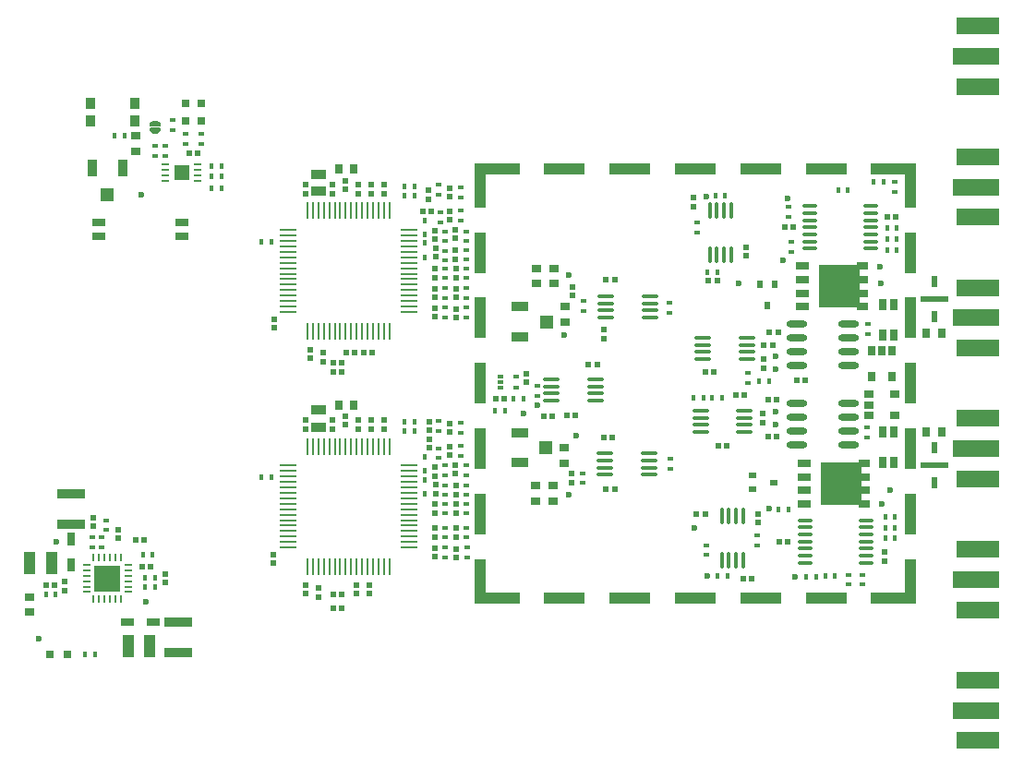
<source format=gtp>
G04 Layer_Color=8421504*
%FSLAX44Y44*%
%MOMM*%
G71*
G01*
G75*
%ADD10R,4.1000X1.0000*%
%ADD11R,1.0000X4.1000*%
%ADD12R,3.8000X1.0000*%
%ADD13R,1.0000X3.8000*%
%ADD14R,0.8000X0.8000*%
%ADD15R,0.5200X0.5200*%
%ADD16R,0.4500X0.5500*%
%ADD17R,0.5500X0.4500*%
%ADD18R,0.5200X0.5200*%
%ADD19C,0.6000*%
%ADD20O,1.1250X0.2250*%
%ADD21O,1.1120X0.2500*%
%ADD22O,1.1370X0.2000*%
%ADD23O,1.0980X0.2750*%
%ADD24O,1.0820X0.3000*%
%ADD25O,0.7600X0.5000*%
%ADD26O,1.0630X0.3250*%
%ADD27O,1.0400X0.3500*%
%ADD28O,1.0130X0.3750*%
%ADD29O,0.9810X0.4000*%
%ADD30O,0.9430X0.4250*%
%ADD31O,0.8970X0.4500*%
%ADD32O,0.8650X0.4650*%
%ADD33O,0.8400X0.4750*%
%ADD34O,0.8000X0.4900*%
%ADD35O,0.6300X0.5200*%
%ADD36O,0.7100X0.5100*%
%ADD37C,0.5250*%
%ADD38R,0.9000X0.7000*%
%ADD39R,1.3000X1.3000*%
%ADD40R,0.9000X1.6000*%
%ADD41R,0.9000X1.0000*%
%ADD42R,0.4000X0.4800*%
%ADD43R,0.7000X0.9000*%
%ADD44R,1.3500X0.9500*%
%ADD45O,0.3990X1.5000*%
%ADD46O,1.5000X0.3990*%
%ADD47R,0.7620X1.0000*%
%ADD48R,0.6500X0.9000*%
%ADD49R,2.6000X0.9500*%
%ADD50O,1.5500X0.2500*%
%ADD51O,0.2500X1.5500*%
%ADD52R,0.6500X0.5000*%
%ADD53R,1.2700X0.6600*%
%ADD54R,1.0200X0.6600*%
%ADD55R,1.3000X1.3000*%
%ADD56R,1.6000X0.9000*%
%ADD57O,1.9000X0.6000*%
%ADD58R,0.7620X1.1430*%
%ADD59R,1.1430X0.7620*%
%ADD60O,1.4000X0.3500*%
%ADD61R,1.3600X1.4600*%
%ADD62R,0.7500X0.2500*%
%ADD63O,0.8000X0.2500*%
%ADD64O,0.2500X0.8000*%
%ADD65R,2.4500X2.4500*%
%ADD66R,0.8000X0.8000*%
%ADD67O,1.5000X0.4000*%
%ADD68R,0.9800X2.0800*%
%ADD69R,0.5000X0.6500*%
%ADD70R,0.9000X0.6500*%
%ADD71R,1.2700X0.7600*%
%ADD72R,0.6000X0.3500*%
%ADD73R,3.9500X1.5000*%
%ADD74R,4.2500X1.5000*%
%ADD75R,0.5000X1.0000*%
%ADD76R,2.6000X0.6000*%
%ADD89R,3.8100X3.9100*%
D10*
X1567500Y838000D02*
D03*
Y1232000D02*
D03*
X1204500D02*
D03*
Y838000D02*
D03*
D11*
X1583000Y853500D02*
D03*
Y1216500D02*
D03*
X1189000D02*
D03*
Y853500D02*
D03*
D12*
X1506000Y838000D02*
D03*
X1446000D02*
D03*
X1386000D02*
D03*
X1326000D02*
D03*
X1266000D02*
D03*
X1266000Y1232000D02*
D03*
X1326000D02*
D03*
X1386000D02*
D03*
X1446000D02*
D03*
X1506000D02*
D03*
D13*
X1583000Y1155000D02*
D03*
Y1095000D02*
D03*
Y1035000D02*
D03*
Y975000D02*
D03*
Y915000D02*
D03*
X1189000Y1155000D02*
D03*
Y1095000D02*
D03*
Y1035000D02*
D03*
Y975000D02*
D03*
Y915000D02*
D03*
D14*
X933000Y1292000D02*
D03*
Y1276000D02*
D03*
X919000D02*
D03*
Y1292000D02*
D03*
D15*
X1054000Y1045000D02*
D03*
X1062000D02*
D03*
X1054000Y1054000D02*
D03*
X1062000D02*
D03*
X1398000Y1129000D02*
D03*
X1406000D02*
D03*
X1403000Y1045000D02*
D03*
X1395000D02*
D03*
X1463000Y890000D02*
D03*
X1471000D02*
D03*
X1468000Y1178000D02*
D03*
X1476000D02*
D03*
X1562000Y1188000D02*
D03*
X1570000D02*
D03*
X1430000Y856000D02*
D03*
X1438000D02*
D03*
X1431000Y1024000D02*
D03*
X1423000D02*
D03*
X1449000Y1070000D02*
D03*
X1457000D02*
D03*
X1479000Y1038000D02*
D03*
X1487000D02*
D03*
X1454000Y1082000D02*
D03*
X1462000D02*
D03*
X1452753Y1020181D02*
D03*
X1460753D02*
D03*
X1144000Y1193000D02*
D03*
X1136000D02*
D03*
X1054000Y841000D02*
D03*
X1062000D02*
D03*
X1054000Y829000D02*
D03*
X1062000D02*
D03*
X1415000Y978000D02*
D03*
X1407000D02*
D03*
X790900Y850000D02*
D03*
X798900D02*
D03*
X1247000Y1005000D02*
D03*
X1255000D02*
D03*
X1268000Y1006000D02*
D03*
X1276000D02*
D03*
X1387000Y915000D02*
D03*
X1395000D02*
D03*
X878900Y867000D02*
D03*
X886900D02*
D03*
X1288000Y1052000D02*
D03*
X1296000D02*
D03*
X880900Y891000D02*
D03*
X872900D02*
D03*
X1211000Y1021000D02*
D03*
X1203000D02*
D03*
X1304000Y938000D02*
D03*
X1312000D02*
D03*
X1310000Y985000D02*
D03*
X1302000D02*
D03*
X1312000Y1130000D02*
D03*
X1304000D02*
D03*
X1460753Y986181D02*
D03*
X1452753D02*
D03*
X930000Y1246000D02*
D03*
X922000D02*
D03*
X1090000Y1063000D02*
D03*
X1082000D02*
D03*
X1066000D02*
D03*
X1074000D02*
D03*
D16*
X997500Y1165000D02*
D03*
X988500D02*
D03*
X1401500Y1022000D02*
D03*
X1410500D02*
D03*
X1384500D02*
D03*
X1393500D02*
D03*
X1571000Y1167500D02*
D03*
X1562000D02*
D03*
X1569252Y902681D02*
D03*
X1560253D02*
D03*
X1549500Y1220000D02*
D03*
X1558500D02*
D03*
X1571000Y1177500D02*
D03*
X1562000D02*
D03*
X1569252Y892681D02*
D03*
X1560253D02*
D03*
X1526000Y1212500D02*
D03*
X1517000D02*
D03*
X1444500Y1037000D02*
D03*
X1453500D02*
D03*
X862500Y1262000D02*
D03*
X853500D02*
D03*
X1119500Y1207000D02*
D03*
X1128500D02*
D03*
X1119500Y1216000D02*
D03*
X1128500D02*
D03*
X1119500Y991000D02*
D03*
X1128500D02*
D03*
X1119500Y1000000D02*
D03*
X1128500D02*
D03*
X1228500Y1021000D02*
D03*
X1219500D02*
D03*
X790500Y841000D02*
D03*
X799500D02*
D03*
X951500Y1234000D02*
D03*
X942500D02*
D03*
X942500Y1214000D02*
D03*
X951500D02*
D03*
X942500Y1225000D02*
D03*
X951500D02*
D03*
X890500Y848000D02*
D03*
X881500D02*
D03*
X888400Y878000D02*
D03*
X879400D02*
D03*
X826500Y786000D02*
D03*
X835500D02*
D03*
X1202500Y1010000D02*
D03*
X1211500D02*
D03*
X890400Y857000D02*
D03*
X881400D02*
D03*
X997500Y949000D02*
D03*
X988500D02*
D03*
X1406500Y1137000D02*
D03*
X1397500D02*
D03*
X1413500Y1207000D02*
D03*
X1404500D02*
D03*
X1406500Y858000D02*
D03*
X1415500D02*
D03*
X1569252Y912681D02*
D03*
X1560253D02*
D03*
X1562000Y1157500D02*
D03*
X1571000D02*
D03*
X1514252Y858681D02*
D03*
X1505253D02*
D03*
X1471500Y919000D02*
D03*
X1462500D02*
D03*
X1487752Y857681D02*
D03*
X1496752D02*
D03*
D17*
X1283000Y943500D02*
D03*
Y952500D02*
D03*
X933000Y1263500D02*
D03*
Y1254500D02*
D03*
X1176000Y959500D02*
D03*
Y950500D02*
D03*
X1177000Y884500D02*
D03*
Y875500D02*
D03*
X1176000Y1104500D02*
D03*
Y1095500D02*
D03*
Y902500D02*
D03*
Y893500D02*
D03*
Y1122500D02*
D03*
Y1113500D02*
D03*
Y941500D02*
D03*
Y932500D02*
D03*
Y1157500D02*
D03*
Y1148500D02*
D03*
X1171000Y977500D02*
D03*
Y968500D02*
D03*
Y1193500D02*
D03*
Y1184500D02*
D03*
X1157000Y884500D02*
D03*
Y875500D02*
D03*
Y1104500D02*
D03*
Y1095500D02*
D03*
Y902500D02*
D03*
Y893500D02*
D03*
Y1122500D02*
D03*
Y1113500D02*
D03*
X1151000Y975500D02*
D03*
Y966500D02*
D03*
X1152000Y1191500D02*
D03*
Y1182500D02*
D03*
X919000Y1263500D02*
D03*
Y1254500D02*
D03*
X1176000Y1131500D02*
D03*
Y1140500D02*
D03*
X1157000Y1131500D02*
D03*
Y1140500D02*
D03*
Y1174500D02*
D03*
Y1165500D02*
D03*
X1176000Y1174500D02*
D03*
Y1165500D02*
D03*
X1434000Y1035500D02*
D03*
Y1044500D02*
D03*
X1539000Y850500D02*
D03*
Y859500D02*
D03*
X1157000Y1147500D02*
D03*
Y1156500D02*
D03*
Y932500D02*
D03*
Y941500D02*
D03*
X1526500Y850500D02*
D03*
Y859500D02*
D03*
X1157000Y915500D02*
D03*
Y924500D02*
D03*
Y959500D02*
D03*
Y950500D02*
D03*
X1176000Y915500D02*
D03*
Y924500D02*
D03*
X1171000Y989500D02*
D03*
Y998500D02*
D03*
Y1205500D02*
D03*
Y1214500D02*
D03*
X1151000Y991500D02*
D03*
Y1000500D02*
D03*
X1151000Y1208000D02*
D03*
Y1217000D02*
D03*
X1363000Y956500D02*
D03*
Y965500D02*
D03*
X1362000Y1099500D02*
D03*
Y1108500D02*
D03*
X833000Y884500D02*
D03*
Y893500D02*
D03*
X845900Y909500D02*
D03*
Y900500D02*
D03*
X841900Y893500D02*
D03*
Y884500D02*
D03*
X1241000Y1032500D02*
D03*
Y1023500D02*
D03*
X1284000Y1110500D02*
D03*
Y1101500D02*
D03*
X891000Y1243500D02*
D03*
Y1252500D02*
D03*
X900000Y1243500D02*
D03*
Y1252500D02*
D03*
X907000Y1276500D02*
D03*
Y1267500D02*
D03*
X1544000Y1080500D02*
D03*
Y1089500D02*
D03*
X1543752Y985681D02*
D03*
Y994681D02*
D03*
X1443000Y895500D02*
D03*
Y886500D02*
D03*
X1388000Y1173500D02*
D03*
Y1182500D02*
D03*
X1396000Y886500D02*
D03*
Y877500D02*
D03*
X1569000Y1219500D02*
D03*
Y1210500D02*
D03*
X1471500Y1197000D02*
D03*
Y1188000D02*
D03*
X1474000Y1155500D02*
D03*
Y1164500D02*
D03*
D18*
X1273000Y952000D02*
D03*
Y944000D02*
D03*
X1147000Y924000D02*
D03*
Y916000D02*
D03*
Y1140000D02*
D03*
Y1132000D02*
D03*
X1167000Y883000D02*
D03*
Y875000D02*
D03*
Y1103000D02*
D03*
Y1095000D02*
D03*
X1560000Y880000D02*
D03*
Y872000D02*
D03*
X1444000Y915000D02*
D03*
Y907000D02*
D03*
X1147000Y1104000D02*
D03*
Y1096000D02*
D03*
Y884000D02*
D03*
Y876000D02*
D03*
X1167000Y1140000D02*
D03*
Y1132000D02*
D03*
Y924000D02*
D03*
Y916000D02*
D03*
X1166000Y1176000D02*
D03*
Y1168000D02*
D03*
Y960000D02*
D03*
Y952000D02*
D03*
X1147000Y1175000D02*
D03*
Y1167000D02*
D03*
Y894000D02*
D03*
Y902000D02*
D03*
Y1114000D02*
D03*
Y1122000D02*
D03*
X1148000Y1151000D02*
D03*
Y1159000D02*
D03*
X1142000Y976000D02*
D03*
Y984000D02*
D03*
X1449000Y1049000D02*
D03*
Y1057000D02*
D03*
X1161000Y1185000D02*
D03*
Y1193000D02*
D03*
Y969000D02*
D03*
Y977000D02*
D03*
X1166000Y1149000D02*
D03*
Y1157000D02*
D03*
X1167000Y933000D02*
D03*
Y941000D02*
D03*
X1167000Y1114000D02*
D03*
Y1122000D02*
D03*
Y894000D02*
D03*
Y902000D02*
D03*
X1148000Y934000D02*
D03*
Y942000D02*
D03*
X1147000Y958000D02*
D03*
Y950000D02*
D03*
X1053000Y1209000D02*
D03*
Y1217000D02*
D03*
X1065000Y1213000D02*
D03*
Y1221000D02*
D03*
X1029000Y1209000D02*
D03*
Y1217000D02*
D03*
X1053000Y993000D02*
D03*
Y1001000D02*
D03*
X1065000Y997000D02*
D03*
Y1005000D02*
D03*
X1029000Y993000D02*
D03*
Y1001000D02*
D03*
X899900Y852000D02*
D03*
Y860000D02*
D03*
X1231000Y1036000D02*
D03*
Y1044000D02*
D03*
X1384500Y1197343D02*
D03*
Y1205343D02*
D03*
X1448000Y999000D02*
D03*
Y1007000D02*
D03*
X808000Y845000D02*
D03*
Y853000D02*
D03*
X833900Y912000D02*
D03*
Y904000D02*
D03*
X1273343Y1115500D02*
D03*
Y1123500D02*
D03*
X1142000Y1000000D02*
D03*
Y992000D02*
D03*
X1141000Y1212000D02*
D03*
Y1204000D02*
D03*
X1432250Y1160000D02*
D03*
Y1152000D02*
D03*
X1302000Y1084000D02*
D03*
Y1076000D02*
D03*
X1161000Y1214000D02*
D03*
Y1206000D02*
D03*
Y998000D02*
D03*
Y990000D02*
D03*
X856900Y893000D02*
D03*
Y901000D02*
D03*
X1077000Y1209000D02*
D03*
Y1217000D02*
D03*
Y993000D02*
D03*
Y1001000D02*
D03*
X1089000Y1209000D02*
D03*
Y1217000D02*
D03*
Y993000D02*
D03*
Y1001000D02*
D03*
X1101000Y1209000D02*
D03*
Y1217000D02*
D03*
Y993000D02*
D03*
Y1001000D02*
D03*
X1045000Y1055000D02*
D03*
Y1063000D02*
D03*
X1041000Y839000D02*
D03*
Y847000D02*
D03*
X1087000Y850000D02*
D03*
Y842000D02*
D03*
X1075000Y850000D02*
D03*
Y842000D02*
D03*
X1033000Y1066000D02*
D03*
Y1058000D02*
D03*
X1029000Y850000D02*
D03*
Y842000D02*
D03*
X1000000Y1094000D02*
D03*
Y1086000D02*
D03*
X999000Y878000D02*
D03*
Y870000D02*
D03*
D19*
X1241000Y1014750D02*
D03*
X1229000Y1007000D02*
D03*
X1556000Y1127000D02*
D03*
X1555000Y1142000D02*
D03*
X1460000Y1048000D02*
D03*
Y1060000D02*
D03*
Y1009000D02*
D03*
Y997000D02*
D03*
X1426000Y1127000D02*
D03*
X1396000Y1206000D02*
D03*
X1270343Y1134500D02*
D03*
X1266000Y1079000D02*
D03*
X1454000Y920000D02*
D03*
X1477253Y857681D02*
D03*
X1466500Y1147500D02*
D03*
X882000Y835000D02*
D03*
X800000Y890000D02*
D03*
X1277000Y987000D02*
D03*
X1270000Y933000D02*
D03*
X1397000Y858000D02*
D03*
X1385000Y902000D02*
D03*
X1556750Y924500D02*
D03*
X1565000Y937000D02*
D03*
X784000Y801000D02*
D03*
X1471000Y1205000D02*
D03*
X878000Y1208000D02*
D03*
D20*
X891000Y1271875D02*
D03*
Y1268125D02*
D03*
D21*
Y1272000D02*
D03*
Y1268000D02*
D03*
D22*
Y1271750D02*
D03*
Y1268250D02*
D03*
D23*
Y1272125D02*
D03*
Y1267875D02*
D03*
D24*
Y1272250D02*
D03*
Y1267750D02*
D03*
D25*
Y1273250D02*
D03*
Y1266750D02*
D03*
D26*
Y1272375D02*
D03*
Y1267625D02*
D03*
D27*
Y1272500D02*
D03*
Y1267500D02*
D03*
D28*
Y1272625D02*
D03*
Y1267375D02*
D03*
D29*
Y1272750D02*
D03*
Y1267250D02*
D03*
D30*
Y1272875D02*
D03*
Y1267125D02*
D03*
D31*
Y1273000D02*
D03*
Y1267000D02*
D03*
D32*
Y1273075D02*
D03*
Y1266925D02*
D03*
D33*
Y1273125D02*
D03*
Y1266875D02*
D03*
D34*
Y1273200D02*
D03*
Y1266800D02*
D03*
D35*
Y1273350D02*
D03*
Y1266650D02*
D03*
D36*
Y1273300D02*
D03*
Y1266700D02*
D03*
D37*
Y1273375D02*
D03*
Y1266625D02*
D03*
D38*
X873000Y1262000D02*
D03*
Y1248000D02*
D03*
X1266343Y1091500D02*
D03*
Y1105500D02*
D03*
X1240000Y927000D02*
D03*
Y941000D02*
D03*
X1256343Y1126500D02*
D03*
Y1140500D02*
D03*
X1256000Y941000D02*
D03*
Y927000D02*
D03*
X775900Y839000D02*
D03*
Y825000D02*
D03*
X1266000Y976000D02*
D03*
Y962000D02*
D03*
X1240343Y1140500D02*
D03*
Y1126500D02*
D03*
D39*
X847000Y1207800D02*
D03*
D40*
X833050Y1232200D02*
D03*
X860950D02*
D03*
D41*
X872500Y1275999D02*
D03*
X831500D02*
D03*
X872500Y1291999D02*
D03*
X831500D02*
D03*
D42*
X1138000Y1163600D02*
D03*
Y1150400D02*
D03*
Y1184600D02*
D03*
Y1171400D02*
D03*
Y967600D02*
D03*
Y954400D02*
D03*
Y946600D02*
D03*
Y933400D02*
D03*
D43*
X1073000Y1232000D02*
D03*
X1059000D02*
D03*
X1073000Y1015000D02*
D03*
X1059000D02*
D03*
X1598000Y990000D02*
D03*
X1612000D02*
D03*
X1598000Y1081000D02*
D03*
X1612000D02*
D03*
D44*
X1041000Y1011000D02*
D03*
Y995000D02*
D03*
Y1227000D02*
D03*
Y1211000D02*
D03*
D45*
X1410250Y872750D02*
D03*
X1416750D02*
D03*
X1423250D02*
D03*
X1429750D02*
D03*
X1410250Y913250D02*
D03*
X1416750D02*
D03*
X1423250D02*
D03*
X1429750D02*
D03*
X1418750Y1193250D02*
D03*
X1412250D02*
D03*
X1405750D02*
D03*
X1399250D02*
D03*
X1418750Y1152750D02*
D03*
X1412250D02*
D03*
X1405750D02*
D03*
X1399250D02*
D03*
D46*
X1253750Y1038750D02*
D03*
Y1032250D02*
D03*
Y1025750D02*
D03*
Y1019250D02*
D03*
X1294250Y1038750D02*
D03*
Y1032250D02*
D03*
Y1025750D02*
D03*
Y1019250D02*
D03*
X1303750Y1114750D02*
D03*
Y1108250D02*
D03*
Y1101750D02*
D03*
Y1095250D02*
D03*
X1344250Y1114750D02*
D03*
Y1108250D02*
D03*
Y1101750D02*
D03*
Y1095250D02*
D03*
X1303250Y970750D02*
D03*
Y964250D02*
D03*
Y957750D02*
D03*
Y951250D02*
D03*
X1343750Y970750D02*
D03*
Y964250D02*
D03*
Y957750D02*
D03*
Y951250D02*
D03*
D47*
X1557673Y990070D02*
D03*
Y962290D02*
D03*
X1567833Y962290D02*
D03*
Y990070D02*
D03*
X1557921Y1079111D02*
D03*
Y1106891D02*
D03*
X1568081Y1106891D02*
D03*
Y1079111D02*
D03*
D48*
X1566500Y1065000D02*
D03*
X1557000D02*
D03*
X1547500D02*
D03*
Y1041000D02*
D03*
X1566500D02*
D03*
D49*
X911900Y788000D02*
D03*
Y816000D02*
D03*
X813900Y934000D02*
D03*
Y906000D02*
D03*
D50*
X1123250Y884500D02*
D03*
Y889500D02*
D03*
Y894500D02*
D03*
Y899500D02*
D03*
Y904500D02*
D03*
Y909500D02*
D03*
Y914500D02*
D03*
Y919500D02*
D03*
Y924500D02*
D03*
Y929500D02*
D03*
Y934500D02*
D03*
Y939500D02*
D03*
Y944500D02*
D03*
Y949500D02*
D03*
Y954500D02*
D03*
Y959500D02*
D03*
X1012750D02*
D03*
Y954500D02*
D03*
Y949500D02*
D03*
Y944500D02*
D03*
Y939500D02*
D03*
Y934500D02*
D03*
Y929500D02*
D03*
Y924500D02*
D03*
Y919500D02*
D03*
Y914500D02*
D03*
Y909500D02*
D03*
Y904500D02*
D03*
Y899500D02*
D03*
Y894500D02*
D03*
Y889500D02*
D03*
Y884500D02*
D03*
X1123250Y1100500D02*
D03*
Y1105500D02*
D03*
Y1110500D02*
D03*
Y1115500D02*
D03*
Y1120500D02*
D03*
Y1125500D02*
D03*
Y1130500D02*
D03*
Y1135500D02*
D03*
Y1140500D02*
D03*
Y1145500D02*
D03*
Y1150500D02*
D03*
Y1155500D02*
D03*
Y1160500D02*
D03*
Y1165500D02*
D03*
Y1170500D02*
D03*
Y1175500D02*
D03*
X1012750D02*
D03*
Y1170500D02*
D03*
Y1165500D02*
D03*
Y1160500D02*
D03*
Y1155500D02*
D03*
Y1150500D02*
D03*
Y1145500D02*
D03*
Y1140500D02*
D03*
Y1135500D02*
D03*
Y1130500D02*
D03*
Y1125500D02*
D03*
Y1120500D02*
D03*
Y1115500D02*
D03*
Y1110500D02*
D03*
Y1105500D02*
D03*
Y1100500D02*
D03*
D51*
X1105500Y977250D02*
D03*
X1100500D02*
D03*
X1095500D02*
D03*
X1090500D02*
D03*
X1085500D02*
D03*
X1080500D02*
D03*
X1075500D02*
D03*
X1070500D02*
D03*
X1065500D02*
D03*
X1060500D02*
D03*
X1055500D02*
D03*
X1050500D02*
D03*
X1045500D02*
D03*
X1040500D02*
D03*
X1035500D02*
D03*
X1030500D02*
D03*
Y866750D02*
D03*
X1035500D02*
D03*
X1040500D02*
D03*
X1045500D02*
D03*
X1050500D02*
D03*
X1055500D02*
D03*
X1060500D02*
D03*
X1065500D02*
D03*
X1070500D02*
D03*
X1075500D02*
D03*
X1080500D02*
D03*
X1085500D02*
D03*
X1090500D02*
D03*
X1095500D02*
D03*
X1100500D02*
D03*
X1105500D02*
D03*
Y1193250D02*
D03*
X1100500D02*
D03*
X1095500D02*
D03*
X1090500D02*
D03*
X1085500D02*
D03*
X1080500D02*
D03*
X1075500D02*
D03*
X1070500D02*
D03*
X1065500D02*
D03*
X1060500D02*
D03*
X1055500D02*
D03*
X1050500D02*
D03*
X1045500D02*
D03*
X1040500D02*
D03*
X1035500D02*
D03*
X1030500D02*
D03*
Y1082750D02*
D03*
X1035500D02*
D03*
X1040500D02*
D03*
X1045500D02*
D03*
X1050500D02*
D03*
X1055500D02*
D03*
X1060500D02*
D03*
X1065500D02*
D03*
X1070500D02*
D03*
X1075500D02*
D03*
X1080500D02*
D03*
X1085500D02*
D03*
X1090500D02*
D03*
X1095500D02*
D03*
X1100500D02*
D03*
X1105500D02*
D03*
D52*
X1438250Y950500D02*
D03*
Y937500D02*
D03*
X1457750Y944000D02*
D03*
D53*
X1486299Y949268D02*
D03*
Y936734D02*
D03*
Y924201D02*
D03*
Y961801D02*
D03*
X1484299Y1130267D02*
D03*
Y1117734D02*
D03*
Y1105201D02*
D03*
Y1142801D02*
D03*
D54*
X1540949Y961801D02*
D03*
Y949268D02*
D03*
Y936734D02*
D03*
Y924201D02*
D03*
X1538949Y1142801D02*
D03*
Y1130267D02*
D03*
Y1117734D02*
D03*
Y1105201D02*
D03*
D55*
X1249200Y976000D02*
D03*
X1249543Y1091500D02*
D03*
D56*
X1224800Y962050D02*
D03*
Y989950D02*
D03*
X1225143Y1077550D02*
D03*
Y1105450D02*
D03*
D57*
X1479252Y1016231D02*
D03*
Y1003531D02*
D03*
Y990831D02*
D03*
Y978131D02*
D03*
X1526252Y1016231D02*
D03*
Y1003531D02*
D03*
Y990831D02*
D03*
Y978131D02*
D03*
X1479500Y1089050D02*
D03*
Y1076350D02*
D03*
Y1063650D02*
D03*
Y1050950D02*
D03*
X1526500Y1089050D02*
D03*
Y1076350D02*
D03*
Y1063650D02*
D03*
Y1050950D02*
D03*
D58*
X813900Y891750D02*
D03*
Y868250D02*
D03*
D59*
X865250Y816000D02*
D03*
X888750D02*
D03*
D60*
X1547000Y1158500D02*
D03*
Y1165000D02*
D03*
Y1171500D02*
D03*
Y1178000D02*
D03*
Y1184500D02*
D03*
Y1191000D02*
D03*
Y1197500D02*
D03*
X1491000Y1158500D02*
D03*
Y1165000D02*
D03*
Y1171500D02*
D03*
Y1178000D02*
D03*
Y1184500D02*
D03*
Y1191000D02*
D03*
Y1197500D02*
D03*
X1543000Y870500D02*
D03*
Y877000D02*
D03*
Y883500D02*
D03*
Y890000D02*
D03*
Y896500D02*
D03*
Y903000D02*
D03*
Y909500D02*
D03*
X1487000Y870500D02*
D03*
Y877000D02*
D03*
Y883500D02*
D03*
Y890000D02*
D03*
Y896500D02*
D03*
Y903000D02*
D03*
Y909500D02*
D03*
D61*
X915000Y1228000D02*
D03*
D62*
X900000Y1235500D02*
D03*
Y1230500D02*
D03*
Y1225500D02*
D03*
Y1220500D02*
D03*
X930000D02*
D03*
Y1225500D02*
D03*
Y1230500D02*
D03*
Y1235500D02*
D03*
D63*
X827900Y868500D02*
D03*
Y863500D02*
D03*
Y858500D02*
D03*
Y853500D02*
D03*
Y848500D02*
D03*
Y843500D02*
D03*
X865900D02*
D03*
Y848500D02*
D03*
Y853500D02*
D03*
Y858500D02*
D03*
Y863500D02*
D03*
Y868500D02*
D03*
D64*
X834400Y837000D02*
D03*
X839400D02*
D03*
X844400D02*
D03*
X849400D02*
D03*
X854400D02*
D03*
X859400D02*
D03*
Y875000D02*
D03*
X854400D02*
D03*
X849400D02*
D03*
X844400D02*
D03*
X839400D02*
D03*
X834400D02*
D03*
D65*
X846900Y856000D02*
D03*
D66*
X794000Y786000D02*
D03*
X810000D02*
D03*
D67*
X1431250Y990250D02*
D03*
Y996750D02*
D03*
Y1003250D02*
D03*
Y1009750D02*
D03*
X1390750Y990250D02*
D03*
Y996750D02*
D03*
Y1003250D02*
D03*
Y1009750D02*
D03*
X1433250Y1057250D02*
D03*
Y1063750D02*
D03*
Y1070250D02*
D03*
Y1076750D02*
D03*
X1392750Y1057250D02*
D03*
Y1063750D02*
D03*
Y1070250D02*
D03*
Y1076750D02*
D03*
D68*
X886100Y794000D02*
D03*
X865900D02*
D03*
X796000Y870000D02*
D03*
X775800D02*
D03*
D69*
X1458500Y1125750D02*
D03*
X1445500D02*
D03*
X1452000Y1106250D02*
D03*
D70*
X1545253Y1024681D02*
D03*
Y1015181D02*
D03*
Y1005681D02*
D03*
X1569252D02*
D03*
Y1024681D02*
D03*
D71*
X915100Y1182350D02*
D03*
Y1169650D02*
D03*
X838900D02*
D03*
Y1182350D02*
D03*
D72*
X1207750Y1041000D02*
D03*
Y1036000D02*
D03*
Y1031000D02*
D03*
X1222250D02*
D03*
Y1041000D02*
D03*
D73*
X1645250Y762700D02*
D03*
Y707300D02*
D03*
Y1362700D02*
D03*
Y1307300D02*
D03*
Y1122700D02*
D03*
Y1067300D02*
D03*
Y1002700D02*
D03*
Y947300D02*
D03*
Y882700D02*
D03*
Y827300D02*
D03*
Y1242700D02*
D03*
Y1187300D02*
D03*
D74*
X1643750Y735000D02*
D03*
Y1335000D02*
D03*
Y1095000D02*
D03*
Y975000D02*
D03*
Y855000D02*
D03*
Y1215000D02*
D03*
D75*
X1605000Y976000D02*
D03*
Y944000D02*
D03*
Y1096000D02*
D03*
Y1128000D02*
D03*
D76*
Y960000D02*
D03*
Y1112000D02*
D03*
D89*
X1519899Y943001D02*
D03*
X1517899Y1124001D02*
D03*
M02*

</source>
